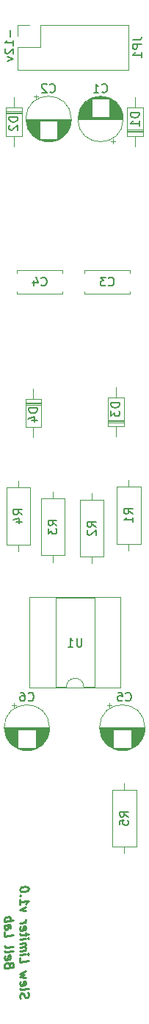
<source format=gbo>
G04 #@! TF.GenerationSoftware,KiCad,Pcbnew,(5.1.10)-1*
G04 #@! TF.CreationDate,2021-10-10T13:11:30-05:00*
G04 #@! TF.ProjectId,Slew Limiter Board,536c6577-204c-4696-9d69-74657220426f,1.0*
G04 #@! TF.SameCoordinates,Original*
G04 #@! TF.FileFunction,Legend,Bot*
G04 #@! TF.FilePolarity,Positive*
%FSLAX46Y46*%
G04 Gerber Fmt 4.6, Leading zero omitted, Abs format (unit mm)*
G04 Created by KiCad (PCBNEW (5.1.10)-1) date 2021-10-10 13:11:30*
%MOMM*%
%LPD*%
G01*
G04 APERTURE LIST*
%ADD10C,0.250000*%
%ADD11C,0.150000*%
%ADD12C,0.120000*%
%ADD13C,2.130000*%
%ADD14R,1.930000X1.830000*%
%ADD15R,1.800000X1.800000*%
%ADD16C,1.800000*%
%ADD17O,2.720000X3.240000*%
%ADD18O,1.600000X1.600000*%
%ADD19C,1.600000*%
%ADD20O,1.700000X1.700000*%
%ADD21R,1.700000X1.700000*%
%ADD22R,1.500000X1.500000*%
%ADD23O,1.500000X1.500000*%
%ADD24R,1.600000X1.600000*%
%ADD25O,2.400000X1.600000*%
%ADD26R,2.400000X1.600000*%
%ADD27C,3.100000*%
G04 APERTURE END LIST*
D10*
X144234238Y-155156919D02*
X144186619Y-155020014D01*
X144186619Y-154781919D01*
X144234238Y-154680729D01*
X144281857Y-154627157D01*
X144377095Y-154567633D01*
X144472333Y-154555729D01*
X144567571Y-154591443D01*
X144615190Y-154633110D01*
X144662809Y-154722395D01*
X144710428Y-154906919D01*
X144758047Y-154996205D01*
X144805666Y-155037872D01*
X144900904Y-155073586D01*
X144996142Y-155061681D01*
X145091380Y-155002157D01*
X145139000Y-154948586D01*
X145186619Y-154847395D01*
X145186619Y-154609300D01*
X145139000Y-154472395D01*
X144186619Y-154020014D02*
X144234238Y-154109300D01*
X144329476Y-154145014D01*
X145186619Y-154037872D01*
X144234238Y-153252157D02*
X144186619Y-153353348D01*
X144186619Y-153543824D01*
X144234238Y-153633110D01*
X144329476Y-153668824D01*
X144710428Y-153621205D01*
X144805666Y-153561681D01*
X144853285Y-153460491D01*
X144853285Y-153270014D01*
X144805666Y-153180729D01*
X144710428Y-153145014D01*
X144615190Y-153156919D01*
X144519952Y-153645014D01*
X144853285Y-152793824D02*
X144186619Y-152686681D01*
X144662809Y-152436681D01*
X144186619Y-152305729D01*
X144853285Y-152031919D01*
X144186619Y-150496205D02*
X144186619Y-150972395D01*
X145186619Y-150847395D01*
X144186619Y-150162872D02*
X144853285Y-150079538D01*
X145186619Y-150037872D02*
X145139000Y-150091443D01*
X145091380Y-150049776D01*
X145139000Y-149996205D01*
X145186619Y-150037872D01*
X145091380Y-150049776D01*
X144186619Y-149686681D02*
X144853285Y-149603348D01*
X144758047Y-149615252D02*
X144805666Y-149561681D01*
X144853285Y-149460491D01*
X144853285Y-149317633D01*
X144805666Y-149228348D01*
X144710428Y-149192633D01*
X144186619Y-149258110D01*
X144710428Y-149192633D02*
X144805666Y-149133110D01*
X144853285Y-149031919D01*
X144853285Y-148889062D01*
X144805666Y-148799776D01*
X144710428Y-148764062D01*
X144186619Y-148829538D01*
X144186619Y-148353348D02*
X144853285Y-148270014D01*
X145186619Y-148228348D02*
X145139000Y-148281919D01*
X145091380Y-148240252D01*
X145139000Y-148186681D01*
X145186619Y-148228348D01*
X145091380Y-148240252D01*
X144853285Y-147936681D02*
X144853285Y-147555729D01*
X145186619Y-147752157D02*
X144329476Y-147859300D01*
X144234238Y-147823586D01*
X144186619Y-147734300D01*
X144186619Y-147639062D01*
X144234238Y-146918824D02*
X144186619Y-147020014D01*
X144186619Y-147210491D01*
X144234238Y-147299776D01*
X144329476Y-147335491D01*
X144710428Y-147287872D01*
X144805666Y-147228348D01*
X144853285Y-147127157D01*
X144853285Y-146936681D01*
X144805666Y-146847395D01*
X144710428Y-146811681D01*
X144615190Y-146823586D01*
X144519952Y-147311681D01*
X144186619Y-146448586D02*
X144853285Y-146365252D01*
X144662809Y-146389062D02*
X144758047Y-146329538D01*
X144805666Y-146275967D01*
X144853285Y-146174776D01*
X144853285Y-146079538D01*
X144853285Y-145079538D02*
X144186619Y-144924776D01*
X144853285Y-144603348D01*
X144186619Y-143781919D02*
X144186619Y-144353348D01*
X144186619Y-144067633D02*
X145186619Y-143942633D01*
X145043761Y-144055729D01*
X144948523Y-144162872D01*
X144900904Y-144264062D01*
X144281857Y-143341443D02*
X144234238Y-143299776D01*
X144186619Y-143353348D01*
X144234238Y-143395014D01*
X144281857Y-143341443D01*
X144186619Y-143353348D01*
X145186619Y-142561681D02*
X145186619Y-142466443D01*
X145139000Y-142377157D01*
X145091380Y-142335491D01*
X144996142Y-142299776D01*
X144805666Y-142275967D01*
X144567571Y-142305729D01*
X144377095Y-142377157D01*
X144281857Y-142436681D01*
X144234238Y-142490252D01*
X144186619Y-142591443D01*
X144186619Y-142686681D01*
X144234238Y-142775967D01*
X144281857Y-142817633D01*
X144377095Y-142853348D01*
X144567571Y-142877157D01*
X144805666Y-142847395D01*
X144996142Y-142775967D01*
X145091380Y-142716443D01*
X145139000Y-142662872D01*
X145186619Y-142561681D01*
X142960428Y-151264062D02*
X142912809Y-151127157D01*
X142865190Y-151085491D01*
X142769952Y-151049776D01*
X142627095Y-151067633D01*
X142531857Y-151127157D01*
X142484238Y-151180729D01*
X142436619Y-151281919D01*
X142436619Y-151662872D01*
X143436619Y-151537872D01*
X143436619Y-151204538D01*
X143389000Y-151115252D01*
X143341380Y-151073586D01*
X143246142Y-151037872D01*
X143150904Y-151049776D01*
X143055666Y-151109300D01*
X143008047Y-151162872D01*
X142960428Y-151264062D01*
X142960428Y-151597395D01*
X142484238Y-150275967D02*
X142436619Y-150377157D01*
X142436619Y-150567633D01*
X142484238Y-150656919D01*
X142579476Y-150692633D01*
X142960428Y-150645014D01*
X143055666Y-150585491D01*
X143103285Y-150484300D01*
X143103285Y-150293824D01*
X143055666Y-150204538D01*
X142960428Y-150168824D01*
X142865190Y-150180729D01*
X142769952Y-150668824D01*
X142436619Y-149662872D02*
X142484238Y-149752157D01*
X142579476Y-149787872D01*
X143436619Y-149680729D01*
X142436619Y-149139062D02*
X142484238Y-149228348D01*
X142579476Y-149264062D01*
X143436619Y-149156919D01*
X142436619Y-147520014D02*
X142436619Y-147996205D01*
X143436619Y-147871205D01*
X142436619Y-146758110D02*
X142960428Y-146692633D01*
X143055666Y-146728348D01*
X143103285Y-146817633D01*
X143103285Y-147008110D01*
X143055666Y-147109300D01*
X142484238Y-146752157D02*
X142436619Y-146853348D01*
X142436619Y-147091443D01*
X142484238Y-147180729D01*
X142579476Y-147216443D01*
X142674714Y-147204538D01*
X142769952Y-147145014D01*
X142817571Y-147043824D01*
X142817571Y-146805729D01*
X142865190Y-146704538D01*
X142436619Y-146281919D02*
X143436619Y-146156919D01*
X143055666Y-146204538D02*
X143103285Y-146103348D01*
X143103285Y-145912872D01*
X143055666Y-145823586D01*
X143008047Y-145781919D01*
X142912809Y-145746205D01*
X142627095Y-145781919D01*
X142531857Y-145841443D01*
X142484238Y-145895014D01*
X142436619Y-145996205D01*
X142436619Y-146186681D01*
X142484238Y-146275967D01*
D11*
X143071428Y-43785714D02*
X143071428Y-44547619D01*
X143452380Y-45547619D02*
X143452380Y-44976190D01*
X143452380Y-45261904D02*
X142452380Y-45261904D01*
X142595238Y-45166666D01*
X142690476Y-45071428D01*
X142738095Y-44976190D01*
X142547619Y-45928571D02*
X142500000Y-45976190D01*
X142452380Y-46071428D01*
X142452380Y-46309523D01*
X142500000Y-46404761D01*
X142547619Y-46452380D01*
X142642857Y-46500000D01*
X142738095Y-46500000D01*
X142880952Y-46452380D01*
X143452380Y-45880952D01*
X143452380Y-46500000D01*
X142785714Y-46833333D02*
X143452380Y-47071428D01*
X142785714Y-47309523D01*
D12*
X152500000Y-105120000D02*
X152500000Y-104350000D01*
X152500000Y-97040000D02*
X152500000Y-97810000D01*
X151130000Y-104350000D02*
X151130000Y-97810000D01*
X153870000Y-104350000D02*
X151130000Y-104350000D01*
X153870000Y-97810000D02*
X153870000Y-104350000D01*
X151130000Y-97810000D02*
X153870000Y-97810000D01*
X156870000Y-71695000D02*
X156870000Y-71380000D01*
X156870000Y-74120000D02*
X156870000Y-73805000D01*
X151630000Y-71695000D02*
X151630000Y-71380000D01*
X151630000Y-74120000D02*
X151630000Y-73805000D01*
X151630000Y-71380000D02*
X156870000Y-71380000D01*
X151630000Y-74120000D02*
X156870000Y-74120000D01*
X149120000Y-71695000D02*
X149120000Y-71380000D01*
X149120000Y-74120000D02*
X149120000Y-73805000D01*
X143880000Y-71695000D02*
X143880000Y-71380000D01*
X143880000Y-74120000D02*
X143880000Y-73805000D01*
X143880000Y-71380000D02*
X149120000Y-71380000D01*
X143880000Y-74120000D02*
X149120000Y-74120000D01*
X156740000Y-43170000D02*
X156740000Y-48370000D01*
X146520000Y-43170000D02*
X156740000Y-43170000D01*
X143920000Y-48370000D02*
X156740000Y-48370000D01*
X146520000Y-43170000D02*
X146520000Y-45770000D01*
X146520000Y-45770000D02*
X143920000Y-45770000D01*
X143920000Y-45770000D02*
X143920000Y-48370000D01*
X145250000Y-43170000D02*
X143920000Y-43170000D01*
X143920000Y-43170000D02*
X143920000Y-44500000D01*
X157620000Y-137690000D02*
X154880000Y-137690000D01*
X154880000Y-137690000D02*
X154880000Y-131150000D01*
X154880000Y-131150000D02*
X157620000Y-131150000D01*
X157620000Y-131150000D02*
X157620000Y-137690000D01*
X156250000Y-138460000D02*
X156250000Y-137690000D01*
X156250000Y-130380000D02*
X156250000Y-131150000D01*
X158120000Y-102850000D02*
X155380000Y-102850000D01*
X155380000Y-102850000D02*
X155380000Y-96310000D01*
X155380000Y-96310000D02*
X158120000Y-96310000D01*
X158120000Y-96310000D02*
X158120000Y-102850000D01*
X156750000Y-103620000D02*
X156750000Y-102850000D01*
X156750000Y-95540000D02*
X156750000Y-96310000D01*
X149370000Y-104190000D02*
X146630000Y-104190000D01*
X146630000Y-104190000D02*
X146630000Y-97650000D01*
X146630000Y-97650000D02*
X149370000Y-97650000D01*
X149370000Y-97650000D02*
X149370000Y-104190000D01*
X148000000Y-104960000D02*
X148000000Y-104190000D01*
X148000000Y-96880000D02*
X148000000Y-97650000D01*
X145370000Y-102940000D02*
X142630000Y-102940000D01*
X142630000Y-102940000D02*
X142630000Y-96400000D01*
X142630000Y-96400000D02*
X145370000Y-96400000D01*
X145370000Y-96400000D02*
X145370000Y-102940000D01*
X144000000Y-103710000D02*
X144000000Y-102940000D01*
X144000000Y-95630000D02*
X144000000Y-96400000D01*
X158420000Y-55494000D02*
X156580000Y-55494000D01*
X158420000Y-55254000D02*
X156580000Y-55254000D01*
X158420000Y-55374000D02*
X156580000Y-55374000D01*
X157500000Y-51490000D02*
X157500000Y-52670000D01*
X157500000Y-57130000D02*
X157500000Y-55950000D01*
X158420000Y-52670000D02*
X158420000Y-55950000D01*
X156580000Y-52670000D02*
X158420000Y-52670000D01*
X156580000Y-55950000D02*
X156580000Y-52670000D01*
X158420000Y-55950000D02*
X156580000Y-55950000D01*
X142580000Y-53126000D02*
X144420000Y-53126000D01*
X142580000Y-53366000D02*
X144420000Y-53366000D01*
X142580000Y-53246000D02*
X144420000Y-53246000D01*
X143500000Y-57130000D02*
X143500000Y-55950000D01*
X143500000Y-51490000D02*
X143500000Y-52670000D01*
X142580000Y-55950000D02*
X142580000Y-52670000D01*
X144420000Y-55950000D02*
X142580000Y-55950000D01*
X144420000Y-52670000D02*
X144420000Y-55950000D01*
X142580000Y-52670000D02*
X144420000Y-52670000D01*
X144830000Y-86170000D02*
X146670000Y-86170000D01*
X146670000Y-86170000D02*
X146670000Y-89450000D01*
X146670000Y-89450000D02*
X144830000Y-89450000D01*
X144830000Y-89450000D02*
X144830000Y-86170000D01*
X145750000Y-84990000D02*
X145750000Y-86170000D01*
X145750000Y-90630000D02*
X145750000Y-89450000D01*
X144830000Y-86746000D02*
X146670000Y-86746000D01*
X144830000Y-86866000D02*
X146670000Y-86866000D01*
X144830000Y-86626000D02*
X146670000Y-86626000D01*
X156170000Y-89330000D02*
X154330000Y-89330000D01*
X154330000Y-89330000D02*
X154330000Y-86050000D01*
X154330000Y-86050000D02*
X156170000Y-86050000D01*
X156170000Y-86050000D02*
X156170000Y-89330000D01*
X155250000Y-90510000D02*
X155250000Y-89330000D01*
X155250000Y-84870000D02*
X155250000Y-86050000D01*
X156170000Y-88754000D02*
X154330000Y-88754000D01*
X156170000Y-88634000D02*
X154330000Y-88634000D01*
X156170000Y-88874000D02*
X154330000Y-88874000D01*
X155225000Y-56554775D02*
X154725000Y-56554775D01*
X154975000Y-56804775D02*
X154975000Y-56304775D01*
X153784000Y-51399000D02*
X153216000Y-51399000D01*
X154018000Y-51439000D02*
X152982000Y-51439000D01*
X154177000Y-51479000D02*
X152823000Y-51479000D01*
X154305000Y-51519000D02*
X152695000Y-51519000D01*
X154415000Y-51559000D02*
X152585000Y-51559000D01*
X154511000Y-51599000D02*
X152489000Y-51599000D01*
X154598000Y-51639000D02*
X152402000Y-51639000D01*
X154678000Y-51679000D02*
X152322000Y-51679000D01*
X152460000Y-51719000D02*
X152249000Y-51719000D01*
X154751000Y-51719000D02*
X154540000Y-51719000D01*
X152460000Y-51759000D02*
X152181000Y-51759000D01*
X154819000Y-51759000D02*
X154540000Y-51759000D01*
X152460000Y-51799000D02*
X152117000Y-51799000D01*
X154883000Y-51799000D02*
X154540000Y-51799000D01*
X152460000Y-51839000D02*
X152057000Y-51839000D01*
X154943000Y-51839000D02*
X154540000Y-51839000D01*
X152460000Y-51879000D02*
X152000000Y-51879000D01*
X155000000Y-51879000D02*
X154540000Y-51879000D01*
X152460000Y-51919000D02*
X151946000Y-51919000D01*
X155054000Y-51919000D02*
X154540000Y-51919000D01*
X152460000Y-51959000D02*
X151895000Y-51959000D01*
X155105000Y-51959000D02*
X154540000Y-51959000D01*
X152460000Y-51999000D02*
X151847000Y-51999000D01*
X155153000Y-51999000D02*
X154540000Y-51999000D01*
X152460000Y-52039000D02*
X151801000Y-52039000D01*
X155199000Y-52039000D02*
X154540000Y-52039000D01*
X152460000Y-52079000D02*
X151757000Y-52079000D01*
X155243000Y-52079000D02*
X154540000Y-52079000D01*
X152460000Y-52119000D02*
X151715000Y-52119000D01*
X155285000Y-52119000D02*
X154540000Y-52119000D01*
X152460000Y-52159000D02*
X151674000Y-52159000D01*
X155326000Y-52159000D02*
X154540000Y-52159000D01*
X152460000Y-52199000D02*
X151636000Y-52199000D01*
X155364000Y-52199000D02*
X154540000Y-52199000D01*
X152460000Y-52239000D02*
X151599000Y-52239000D01*
X155401000Y-52239000D02*
X154540000Y-52239000D01*
X152460000Y-52279000D02*
X151563000Y-52279000D01*
X155437000Y-52279000D02*
X154540000Y-52279000D01*
X152460000Y-52319000D02*
X151529000Y-52319000D01*
X155471000Y-52319000D02*
X154540000Y-52319000D01*
X152460000Y-52359000D02*
X151496000Y-52359000D01*
X155504000Y-52359000D02*
X154540000Y-52359000D01*
X152460000Y-52399000D02*
X151465000Y-52399000D01*
X155535000Y-52399000D02*
X154540000Y-52399000D01*
X152460000Y-52439000D02*
X151435000Y-52439000D01*
X155565000Y-52439000D02*
X154540000Y-52439000D01*
X152460000Y-52479000D02*
X151405000Y-52479000D01*
X155595000Y-52479000D02*
X154540000Y-52479000D01*
X152460000Y-52519000D02*
X151378000Y-52519000D01*
X155622000Y-52519000D02*
X154540000Y-52519000D01*
X152460000Y-52559000D02*
X151351000Y-52559000D01*
X155649000Y-52559000D02*
X154540000Y-52559000D01*
X152460000Y-52599000D02*
X151325000Y-52599000D01*
X155675000Y-52599000D02*
X154540000Y-52599000D01*
X152460000Y-52639000D02*
X151300000Y-52639000D01*
X155700000Y-52639000D02*
X154540000Y-52639000D01*
X152460000Y-52679000D02*
X151276000Y-52679000D01*
X155724000Y-52679000D02*
X154540000Y-52679000D01*
X152460000Y-52719000D02*
X151253000Y-52719000D01*
X155747000Y-52719000D02*
X154540000Y-52719000D01*
X152460000Y-52759000D02*
X151232000Y-52759000D01*
X155768000Y-52759000D02*
X154540000Y-52759000D01*
X152460000Y-52799000D02*
X151210000Y-52799000D01*
X155790000Y-52799000D02*
X154540000Y-52799000D01*
X152460000Y-52839000D02*
X151190000Y-52839000D01*
X155810000Y-52839000D02*
X154540000Y-52839000D01*
X152460000Y-52879000D02*
X151171000Y-52879000D01*
X155829000Y-52879000D02*
X154540000Y-52879000D01*
X152460000Y-52919000D02*
X151152000Y-52919000D01*
X155848000Y-52919000D02*
X154540000Y-52919000D01*
X152460000Y-52959000D02*
X151135000Y-52959000D01*
X155865000Y-52959000D02*
X154540000Y-52959000D01*
X152460000Y-52999000D02*
X151118000Y-52999000D01*
X155882000Y-52999000D02*
X154540000Y-52999000D01*
X152460000Y-53039000D02*
X151102000Y-53039000D01*
X155898000Y-53039000D02*
X154540000Y-53039000D01*
X152460000Y-53079000D02*
X151086000Y-53079000D01*
X155914000Y-53079000D02*
X154540000Y-53079000D01*
X152460000Y-53119000D02*
X151072000Y-53119000D01*
X155928000Y-53119000D02*
X154540000Y-53119000D01*
X152460000Y-53159000D02*
X151058000Y-53159000D01*
X155942000Y-53159000D02*
X154540000Y-53159000D01*
X152460000Y-53199000D02*
X151045000Y-53199000D01*
X155955000Y-53199000D02*
X154540000Y-53199000D01*
X152460000Y-53239000D02*
X151032000Y-53239000D01*
X155968000Y-53239000D02*
X154540000Y-53239000D01*
X152460000Y-53279000D02*
X151020000Y-53279000D01*
X155980000Y-53279000D02*
X154540000Y-53279000D01*
X152460000Y-53320000D02*
X151009000Y-53320000D01*
X155991000Y-53320000D02*
X154540000Y-53320000D01*
X152460000Y-53360000D02*
X150999000Y-53360000D01*
X156001000Y-53360000D02*
X154540000Y-53360000D01*
X152460000Y-53400000D02*
X150989000Y-53400000D01*
X156011000Y-53400000D02*
X154540000Y-53400000D01*
X152460000Y-53440000D02*
X150980000Y-53440000D01*
X156020000Y-53440000D02*
X154540000Y-53440000D01*
X152460000Y-53480000D02*
X150972000Y-53480000D01*
X156028000Y-53480000D02*
X154540000Y-53480000D01*
X152460000Y-53520000D02*
X150964000Y-53520000D01*
X156036000Y-53520000D02*
X154540000Y-53520000D01*
X152460000Y-53560000D02*
X150957000Y-53560000D01*
X156043000Y-53560000D02*
X154540000Y-53560000D01*
X152460000Y-53600000D02*
X150950000Y-53600000D01*
X156050000Y-53600000D02*
X154540000Y-53600000D01*
X152460000Y-53640000D02*
X150944000Y-53640000D01*
X156056000Y-53640000D02*
X154540000Y-53640000D01*
X152460000Y-53680000D02*
X150939000Y-53680000D01*
X156061000Y-53680000D02*
X154540000Y-53680000D01*
X152460000Y-53720000D02*
X150935000Y-53720000D01*
X156065000Y-53720000D02*
X154540000Y-53720000D01*
X152460000Y-53760000D02*
X150931000Y-53760000D01*
X156069000Y-53760000D02*
X154540000Y-53760000D01*
X156073000Y-53800000D02*
X150927000Y-53800000D01*
X156076000Y-53840000D02*
X150924000Y-53840000D01*
X156078000Y-53880000D02*
X150922000Y-53880000D01*
X156079000Y-53920000D02*
X150921000Y-53920000D01*
X156080000Y-53960000D02*
X150920000Y-53960000D01*
X156080000Y-54000000D02*
X150920000Y-54000000D01*
X156120000Y-54000000D02*
G75*
G03*
X156120000Y-54000000I-2620000J0D01*
G01*
X145775000Y-51445225D02*
X146275000Y-51445225D01*
X146025000Y-51195225D02*
X146025000Y-51695225D01*
X147216000Y-56601000D02*
X147784000Y-56601000D01*
X146982000Y-56561000D02*
X148018000Y-56561000D01*
X146823000Y-56521000D02*
X148177000Y-56521000D01*
X146695000Y-56481000D02*
X148305000Y-56481000D01*
X146585000Y-56441000D02*
X148415000Y-56441000D01*
X146489000Y-56401000D02*
X148511000Y-56401000D01*
X146402000Y-56361000D02*
X148598000Y-56361000D01*
X146322000Y-56321000D02*
X148678000Y-56321000D01*
X148540000Y-56281000D02*
X148751000Y-56281000D01*
X146249000Y-56281000D02*
X146460000Y-56281000D01*
X148540000Y-56241000D02*
X148819000Y-56241000D01*
X146181000Y-56241000D02*
X146460000Y-56241000D01*
X148540000Y-56201000D02*
X148883000Y-56201000D01*
X146117000Y-56201000D02*
X146460000Y-56201000D01*
X148540000Y-56161000D02*
X148943000Y-56161000D01*
X146057000Y-56161000D02*
X146460000Y-56161000D01*
X148540000Y-56121000D02*
X149000000Y-56121000D01*
X146000000Y-56121000D02*
X146460000Y-56121000D01*
X148540000Y-56081000D02*
X149054000Y-56081000D01*
X145946000Y-56081000D02*
X146460000Y-56081000D01*
X148540000Y-56041000D02*
X149105000Y-56041000D01*
X145895000Y-56041000D02*
X146460000Y-56041000D01*
X148540000Y-56001000D02*
X149153000Y-56001000D01*
X145847000Y-56001000D02*
X146460000Y-56001000D01*
X148540000Y-55961000D02*
X149199000Y-55961000D01*
X145801000Y-55961000D02*
X146460000Y-55961000D01*
X148540000Y-55921000D02*
X149243000Y-55921000D01*
X145757000Y-55921000D02*
X146460000Y-55921000D01*
X148540000Y-55881000D02*
X149285000Y-55881000D01*
X145715000Y-55881000D02*
X146460000Y-55881000D01*
X148540000Y-55841000D02*
X149326000Y-55841000D01*
X145674000Y-55841000D02*
X146460000Y-55841000D01*
X148540000Y-55801000D02*
X149364000Y-55801000D01*
X145636000Y-55801000D02*
X146460000Y-55801000D01*
X148540000Y-55761000D02*
X149401000Y-55761000D01*
X145599000Y-55761000D02*
X146460000Y-55761000D01*
X148540000Y-55721000D02*
X149437000Y-55721000D01*
X145563000Y-55721000D02*
X146460000Y-55721000D01*
X148540000Y-55681000D02*
X149471000Y-55681000D01*
X145529000Y-55681000D02*
X146460000Y-55681000D01*
X148540000Y-55641000D02*
X149504000Y-55641000D01*
X145496000Y-55641000D02*
X146460000Y-55641000D01*
X148540000Y-55601000D02*
X149535000Y-55601000D01*
X145465000Y-55601000D02*
X146460000Y-55601000D01*
X148540000Y-55561000D02*
X149565000Y-55561000D01*
X145435000Y-55561000D02*
X146460000Y-55561000D01*
X148540000Y-55521000D02*
X149595000Y-55521000D01*
X145405000Y-55521000D02*
X146460000Y-55521000D01*
X148540000Y-55481000D02*
X149622000Y-55481000D01*
X145378000Y-55481000D02*
X146460000Y-55481000D01*
X148540000Y-55441000D02*
X149649000Y-55441000D01*
X145351000Y-55441000D02*
X146460000Y-55441000D01*
X148540000Y-55401000D02*
X149675000Y-55401000D01*
X145325000Y-55401000D02*
X146460000Y-55401000D01*
X148540000Y-55361000D02*
X149700000Y-55361000D01*
X145300000Y-55361000D02*
X146460000Y-55361000D01*
X148540000Y-55321000D02*
X149724000Y-55321000D01*
X145276000Y-55321000D02*
X146460000Y-55321000D01*
X148540000Y-55281000D02*
X149747000Y-55281000D01*
X145253000Y-55281000D02*
X146460000Y-55281000D01*
X148540000Y-55241000D02*
X149768000Y-55241000D01*
X145232000Y-55241000D02*
X146460000Y-55241000D01*
X148540000Y-55201000D02*
X149790000Y-55201000D01*
X145210000Y-55201000D02*
X146460000Y-55201000D01*
X148540000Y-55161000D02*
X149810000Y-55161000D01*
X145190000Y-55161000D02*
X146460000Y-55161000D01*
X148540000Y-55121000D02*
X149829000Y-55121000D01*
X145171000Y-55121000D02*
X146460000Y-55121000D01*
X148540000Y-55081000D02*
X149848000Y-55081000D01*
X145152000Y-55081000D02*
X146460000Y-55081000D01*
X148540000Y-55041000D02*
X149865000Y-55041000D01*
X145135000Y-55041000D02*
X146460000Y-55041000D01*
X148540000Y-55001000D02*
X149882000Y-55001000D01*
X145118000Y-55001000D02*
X146460000Y-55001000D01*
X148540000Y-54961000D02*
X149898000Y-54961000D01*
X145102000Y-54961000D02*
X146460000Y-54961000D01*
X148540000Y-54921000D02*
X149914000Y-54921000D01*
X145086000Y-54921000D02*
X146460000Y-54921000D01*
X148540000Y-54881000D02*
X149928000Y-54881000D01*
X145072000Y-54881000D02*
X146460000Y-54881000D01*
X148540000Y-54841000D02*
X149942000Y-54841000D01*
X145058000Y-54841000D02*
X146460000Y-54841000D01*
X148540000Y-54801000D02*
X149955000Y-54801000D01*
X145045000Y-54801000D02*
X146460000Y-54801000D01*
X148540000Y-54761000D02*
X149968000Y-54761000D01*
X145032000Y-54761000D02*
X146460000Y-54761000D01*
X148540000Y-54721000D02*
X149980000Y-54721000D01*
X145020000Y-54721000D02*
X146460000Y-54721000D01*
X148540000Y-54680000D02*
X149991000Y-54680000D01*
X145009000Y-54680000D02*
X146460000Y-54680000D01*
X148540000Y-54640000D02*
X150001000Y-54640000D01*
X144999000Y-54640000D02*
X146460000Y-54640000D01*
X148540000Y-54600000D02*
X150011000Y-54600000D01*
X144989000Y-54600000D02*
X146460000Y-54600000D01*
X148540000Y-54560000D02*
X150020000Y-54560000D01*
X144980000Y-54560000D02*
X146460000Y-54560000D01*
X148540000Y-54520000D02*
X150028000Y-54520000D01*
X144972000Y-54520000D02*
X146460000Y-54520000D01*
X148540000Y-54480000D02*
X150036000Y-54480000D01*
X144964000Y-54480000D02*
X146460000Y-54480000D01*
X148540000Y-54440000D02*
X150043000Y-54440000D01*
X144957000Y-54440000D02*
X146460000Y-54440000D01*
X148540000Y-54400000D02*
X150050000Y-54400000D01*
X144950000Y-54400000D02*
X146460000Y-54400000D01*
X148540000Y-54360000D02*
X150056000Y-54360000D01*
X144944000Y-54360000D02*
X146460000Y-54360000D01*
X148540000Y-54320000D02*
X150061000Y-54320000D01*
X144939000Y-54320000D02*
X146460000Y-54320000D01*
X148540000Y-54280000D02*
X150065000Y-54280000D01*
X144935000Y-54280000D02*
X146460000Y-54280000D01*
X148540000Y-54240000D02*
X150069000Y-54240000D01*
X144931000Y-54240000D02*
X146460000Y-54240000D01*
X144927000Y-54200000D02*
X150073000Y-54200000D01*
X144924000Y-54160000D02*
X150076000Y-54160000D01*
X144922000Y-54120000D02*
X150078000Y-54120000D01*
X144921000Y-54080000D02*
X150079000Y-54080000D01*
X144920000Y-54040000D02*
X150080000Y-54040000D01*
X144920000Y-54000000D02*
X150080000Y-54000000D01*
X150120000Y-54000000D02*
G75*
G03*
X150120000Y-54000000I-2620000J0D01*
G01*
X147620000Y-124000000D02*
G75*
G03*
X147620000Y-124000000I-2620000J0D01*
G01*
X142420000Y-124000000D02*
X147580000Y-124000000D01*
X142420000Y-124040000D02*
X147580000Y-124040000D01*
X142421000Y-124080000D02*
X147579000Y-124080000D01*
X142422000Y-124120000D02*
X147578000Y-124120000D01*
X142424000Y-124160000D02*
X147576000Y-124160000D01*
X142427000Y-124200000D02*
X147573000Y-124200000D01*
X142431000Y-124240000D02*
X143960000Y-124240000D01*
X146040000Y-124240000D02*
X147569000Y-124240000D01*
X142435000Y-124280000D02*
X143960000Y-124280000D01*
X146040000Y-124280000D02*
X147565000Y-124280000D01*
X142439000Y-124320000D02*
X143960000Y-124320000D01*
X146040000Y-124320000D02*
X147561000Y-124320000D01*
X142444000Y-124360000D02*
X143960000Y-124360000D01*
X146040000Y-124360000D02*
X147556000Y-124360000D01*
X142450000Y-124400000D02*
X143960000Y-124400000D01*
X146040000Y-124400000D02*
X147550000Y-124400000D01*
X142457000Y-124440000D02*
X143960000Y-124440000D01*
X146040000Y-124440000D02*
X147543000Y-124440000D01*
X142464000Y-124480000D02*
X143960000Y-124480000D01*
X146040000Y-124480000D02*
X147536000Y-124480000D01*
X142472000Y-124520000D02*
X143960000Y-124520000D01*
X146040000Y-124520000D02*
X147528000Y-124520000D01*
X142480000Y-124560000D02*
X143960000Y-124560000D01*
X146040000Y-124560000D02*
X147520000Y-124560000D01*
X142489000Y-124600000D02*
X143960000Y-124600000D01*
X146040000Y-124600000D02*
X147511000Y-124600000D01*
X142499000Y-124640000D02*
X143960000Y-124640000D01*
X146040000Y-124640000D02*
X147501000Y-124640000D01*
X142509000Y-124680000D02*
X143960000Y-124680000D01*
X146040000Y-124680000D02*
X147491000Y-124680000D01*
X142520000Y-124721000D02*
X143960000Y-124721000D01*
X146040000Y-124721000D02*
X147480000Y-124721000D01*
X142532000Y-124761000D02*
X143960000Y-124761000D01*
X146040000Y-124761000D02*
X147468000Y-124761000D01*
X142545000Y-124801000D02*
X143960000Y-124801000D01*
X146040000Y-124801000D02*
X147455000Y-124801000D01*
X142558000Y-124841000D02*
X143960000Y-124841000D01*
X146040000Y-124841000D02*
X147442000Y-124841000D01*
X142572000Y-124881000D02*
X143960000Y-124881000D01*
X146040000Y-124881000D02*
X147428000Y-124881000D01*
X142586000Y-124921000D02*
X143960000Y-124921000D01*
X146040000Y-124921000D02*
X147414000Y-124921000D01*
X142602000Y-124961000D02*
X143960000Y-124961000D01*
X146040000Y-124961000D02*
X147398000Y-124961000D01*
X142618000Y-125001000D02*
X143960000Y-125001000D01*
X146040000Y-125001000D02*
X147382000Y-125001000D01*
X142635000Y-125041000D02*
X143960000Y-125041000D01*
X146040000Y-125041000D02*
X147365000Y-125041000D01*
X142652000Y-125081000D02*
X143960000Y-125081000D01*
X146040000Y-125081000D02*
X147348000Y-125081000D01*
X142671000Y-125121000D02*
X143960000Y-125121000D01*
X146040000Y-125121000D02*
X147329000Y-125121000D01*
X142690000Y-125161000D02*
X143960000Y-125161000D01*
X146040000Y-125161000D02*
X147310000Y-125161000D01*
X142710000Y-125201000D02*
X143960000Y-125201000D01*
X146040000Y-125201000D02*
X147290000Y-125201000D01*
X142732000Y-125241000D02*
X143960000Y-125241000D01*
X146040000Y-125241000D02*
X147268000Y-125241000D01*
X142753000Y-125281000D02*
X143960000Y-125281000D01*
X146040000Y-125281000D02*
X147247000Y-125281000D01*
X142776000Y-125321000D02*
X143960000Y-125321000D01*
X146040000Y-125321000D02*
X147224000Y-125321000D01*
X142800000Y-125361000D02*
X143960000Y-125361000D01*
X146040000Y-125361000D02*
X147200000Y-125361000D01*
X142825000Y-125401000D02*
X143960000Y-125401000D01*
X146040000Y-125401000D02*
X147175000Y-125401000D01*
X142851000Y-125441000D02*
X143960000Y-125441000D01*
X146040000Y-125441000D02*
X147149000Y-125441000D01*
X142878000Y-125481000D02*
X143960000Y-125481000D01*
X146040000Y-125481000D02*
X147122000Y-125481000D01*
X142905000Y-125521000D02*
X143960000Y-125521000D01*
X146040000Y-125521000D02*
X147095000Y-125521000D01*
X142935000Y-125561000D02*
X143960000Y-125561000D01*
X146040000Y-125561000D02*
X147065000Y-125561000D01*
X142965000Y-125601000D02*
X143960000Y-125601000D01*
X146040000Y-125601000D02*
X147035000Y-125601000D01*
X142996000Y-125641000D02*
X143960000Y-125641000D01*
X146040000Y-125641000D02*
X147004000Y-125641000D01*
X143029000Y-125681000D02*
X143960000Y-125681000D01*
X146040000Y-125681000D02*
X146971000Y-125681000D01*
X143063000Y-125721000D02*
X143960000Y-125721000D01*
X146040000Y-125721000D02*
X146937000Y-125721000D01*
X143099000Y-125761000D02*
X143960000Y-125761000D01*
X146040000Y-125761000D02*
X146901000Y-125761000D01*
X143136000Y-125801000D02*
X143960000Y-125801000D01*
X146040000Y-125801000D02*
X146864000Y-125801000D01*
X143174000Y-125841000D02*
X143960000Y-125841000D01*
X146040000Y-125841000D02*
X146826000Y-125841000D01*
X143215000Y-125881000D02*
X143960000Y-125881000D01*
X146040000Y-125881000D02*
X146785000Y-125881000D01*
X143257000Y-125921000D02*
X143960000Y-125921000D01*
X146040000Y-125921000D02*
X146743000Y-125921000D01*
X143301000Y-125961000D02*
X143960000Y-125961000D01*
X146040000Y-125961000D02*
X146699000Y-125961000D01*
X143347000Y-126001000D02*
X143960000Y-126001000D01*
X146040000Y-126001000D02*
X146653000Y-126001000D01*
X143395000Y-126041000D02*
X143960000Y-126041000D01*
X146040000Y-126041000D02*
X146605000Y-126041000D01*
X143446000Y-126081000D02*
X143960000Y-126081000D01*
X146040000Y-126081000D02*
X146554000Y-126081000D01*
X143500000Y-126121000D02*
X143960000Y-126121000D01*
X146040000Y-126121000D02*
X146500000Y-126121000D01*
X143557000Y-126161000D02*
X143960000Y-126161000D01*
X146040000Y-126161000D02*
X146443000Y-126161000D01*
X143617000Y-126201000D02*
X143960000Y-126201000D01*
X146040000Y-126201000D02*
X146383000Y-126201000D01*
X143681000Y-126241000D02*
X143960000Y-126241000D01*
X146040000Y-126241000D02*
X146319000Y-126241000D01*
X143749000Y-126281000D02*
X143960000Y-126281000D01*
X146040000Y-126281000D02*
X146251000Y-126281000D01*
X143822000Y-126321000D02*
X146178000Y-126321000D01*
X143902000Y-126361000D02*
X146098000Y-126361000D01*
X143989000Y-126401000D02*
X146011000Y-126401000D01*
X144085000Y-126441000D02*
X145915000Y-126441000D01*
X144195000Y-126481000D02*
X145805000Y-126481000D01*
X144323000Y-126521000D02*
X145677000Y-126521000D01*
X144482000Y-126561000D02*
X145518000Y-126561000D01*
X144716000Y-126601000D02*
X145284000Y-126601000D01*
X143525000Y-121195225D02*
X143525000Y-121695225D01*
X143275000Y-121445225D02*
X143775000Y-121445225D01*
X158620000Y-124000000D02*
G75*
G03*
X158620000Y-124000000I-2620000J0D01*
G01*
X153420000Y-124000000D02*
X158580000Y-124000000D01*
X153420000Y-124040000D02*
X158580000Y-124040000D01*
X153421000Y-124080000D02*
X158579000Y-124080000D01*
X153422000Y-124120000D02*
X158578000Y-124120000D01*
X153424000Y-124160000D02*
X158576000Y-124160000D01*
X153427000Y-124200000D02*
X158573000Y-124200000D01*
X153431000Y-124240000D02*
X154960000Y-124240000D01*
X157040000Y-124240000D02*
X158569000Y-124240000D01*
X153435000Y-124280000D02*
X154960000Y-124280000D01*
X157040000Y-124280000D02*
X158565000Y-124280000D01*
X153439000Y-124320000D02*
X154960000Y-124320000D01*
X157040000Y-124320000D02*
X158561000Y-124320000D01*
X153444000Y-124360000D02*
X154960000Y-124360000D01*
X157040000Y-124360000D02*
X158556000Y-124360000D01*
X153450000Y-124400000D02*
X154960000Y-124400000D01*
X157040000Y-124400000D02*
X158550000Y-124400000D01*
X153457000Y-124440000D02*
X154960000Y-124440000D01*
X157040000Y-124440000D02*
X158543000Y-124440000D01*
X153464000Y-124480000D02*
X154960000Y-124480000D01*
X157040000Y-124480000D02*
X158536000Y-124480000D01*
X153472000Y-124520000D02*
X154960000Y-124520000D01*
X157040000Y-124520000D02*
X158528000Y-124520000D01*
X153480000Y-124560000D02*
X154960000Y-124560000D01*
X157040000Y-124560000D02*
X158520000Y-124560000D01*
X153489000Y-124600000D02*
X154960000Y-124600000D01*
X157040000Y-124600000D02*
X158511000Y-124600000D01*
X153499000Y-124640000D02*
X154960000Y-124640000D01*
X157040000Y-124640000D02*
X158501000Y-124640000D01*
X153509000Y-124680000D02*
X154960000Y-124680000D01*
X157040000Y-124680000D02*
X158491000Y-124680000D01*
X153520000Y-124721000D02*
X154960000Y-124721000D01*
X157040000Y-124721000D02*
X158480000Y-124721000D01*
X153532000Y-124761000D02*
X154960000Y-124761000D01*
X157040000Y-124761000D02*
X158468000Y-124761000D01*
X153545000Y-124801000D02*
X154960000Y-124801000D01*
X157040000Y-124801000D02*
X158455000Y-124801000D01*
X153558000Y-124841000D02*
X154960000Y-124841000D01*
X157040000Y-124841000D02*
X158442000Y-124841000D01*
X153572000Y-124881000D02*
X154960000Y-124881000D01*
X157040000Y-124881000D02*
X158428000Y-124881000D01*
X153586000Y-124921000D02*
X154960000Y-124921000D01*
X157040000Y-124921000D02*
X158414000Y-124921000D01*
X153602000Y-124961000D02*
X154960000Y-124961000D01*
X157040000Y-124961000D02*
X158398000Y-124961000D01*
X153618000Y-125001000D02*
X154960000Y-125001000D01*
X157040000Y-125001000D02*
X158382000Y-125001000D01*
X153635000Y-125041000D02*
X154960000Y-125041000D01*
X157040000Y-125041000D02*
X158365000Y-125041000D01*
X153652000Y-125081000D02*
X154960000Y-125081000D01*
X157040000Y-125081000D02*
X158348000Y-125081000D01*
X153671000Y-125121000D02*
X154960000Y-125121000D01*
X157040000Y-125121000D02*
X158329000Y-125121000D01*
X153690000Y-125161000D02*
X154960000Y-125161000D01*
X157040000Y-125161000D02*
X158310000Y-125161000D01*
X153710000Y-125201000D02*
X154960000Y-125201000D01*
X157040000Y-125201000D02*
X158290000Y-125201000D01*
X153732000Y-125241000D02*
X154960000Y-125241000D01*
X157040000Y-125241000D02*
X158268000Y-125241000D01*
X153753000Y-125281000D02*
X154960000Y-125281000D01*
X157040000Y-125281000D02*
X158247000Y-125281000D01*
X153776000Y-125321000D02*
X154960000Y-125321000D01*
X157040000Y-125321000D02*
X158224000Y-125321000D01*
X153800000Y-125361000D02*
X154960000Y-125361000D01*
X157040000Y-125361000D02*
X158200000Y-125361000D01*
X153825000Y-125401000D02*
X154960000Y-125401000D01*
X157040000Y-125401000D02*
X158175000Y-125401000D01*
X153851000Y-125441000D02*
X154960000Y-125441000D01*
X157040000Y-125441000D02*
X158149000Y-125441000D01*
X153878000Y-125481000D02*
X154960000Y-125481000D01*
X157040000Y-125481000D02*
X158122000Y-125481000D01*
X153905000Y-125521000D02*
X154960000Y-125521000D01*
X157040000Y-125521000D02*
X158095000Y-125521000D01*
X153935000Y-125561000D02*
X154960000Y-125561000D01*
X157040000Y-125561000D02*
X158065000Y-125561000D01*
X153965000Y-125601000D02*
X154960000Y-125601000D01*
X157040000Y-125601000D02*
X158035000Y-125601000D01*
X153996000Y-125641000D02*
X154960000Y-125641000D01*
X157040000Y-125641000D02*
X158004000Y-125641000D01*
X154029000Y-125681000D02*
X154960000Y-125681000D01*
X157040000Y-125681000D02*
X157971000Y-125681000D01*
X154063000Y-125721000D02*
X154960000Y-125721000D01*
X157040000Y-125721000D02*
X157937000Y-125721000D01*
X154099000Y-125761000D02*
X154960000Y-125761000D01*
X157040000Y-125761000D02*
X157901000Y-125761000D01*
X154136000Y-125801000D02*
X154960000Y-125801000D01*
X157040000Y-125801000D02*
X157864000Y-125801000D01*
X154174000Y-125841000D02*
X154960000Y-125841000D01*
X157040000Y-125841000D02*
X157826000Y-125841000D01*
X154215000Y-125881000D02*
X154960000Y-125881000D01*
X157040000Y-125881000D02*
X157785000Y-125881000D01*
X154257000Y-125921000D02*
X154960000Y-125921000D01*
X157040000Y-125921000D02*
X157743000Y-125921000D01*
X154301000Y-125961000D02*
X154960000Y-125961000D01*
X157040000Y-125961000D02*
X157699000Y-125961000D01*
X154347000Y-126001000D02*
X154960000Y-126001000D01*
X157040000Y-126001000D02*
X157653000Y-126001000D01*
X154395000Y-126041000D02*
X154960000Y-126041000D01*
X157040000Y-126041000D02*
X157605000Y-126041000D01*
X154446000Y-126081000D02*
X154960000Y-126081000D01*
X157040000Y-126081000D02*
X157554000Y-126081000D01*
X154500000Y-126121000D02*
X154960000Y-126121000D01*
X157040000Y-126121000D02*
X157500000Y-126121000D01*
X154557000Y-126161000D02*
X154960000Y-126161000D01*
X157040000Y-126161000D02*
X157443000Y-126161000D01*
X154617000Y-126201000D02*
X154960000Y-126201000D01*
X157040000Y-126201000D02*
X157383000Y-126201000D01*
X154681000Y-126241000D02*
X154960000Y-126241000D01*
X157040000Y-126241000D02*
X157319000Y-126241000D01*
X154749000Y-126281000D02*
X154960000Y-126281000D01*
X157040000Y-126281000D02*
X157251000Y-126281000D01*
X154822000Y-126321000D02*
X157178000Y-126321000D01*
X154902000Y-126361000D02*
X157098000Y-126361000D01*
X154989000Y-126401000D02*
X157011000Y-126401000D01*
X155085000Y-126441000D02*
X156915000Y-126441000D01*
X155195000Y-126481000D02*
X156805000Y-126481000D01*
X155323000Y-126521000D02*
X156677000Y-126521000D01*
X155482000Y-126561000D02*
X156518000Y-126561000D01*
X155716000Y-126601000D02*
X156284000Y-126601000D01*
X154525000Y-121195225D02*
X154525000Y-121695225D01*
X154275000Y-121445225D02*
X154775000Y-121445225D01*
X155810000Y-119390000D02*
X145310000Y-119390000D01*
X155810000Y-108990000D02*
X155810000Y-119390000D01*
X145310000Y-108990000D02*
X155810000Y-108990000D01*
X145310000Y-119390000D02*
X145310000Y-108990000D01*
X152810000Y-119330000D02*
X151560000Y-119330000D01*
X152810000Y-109050000D02*
X152810000Y-119330000D01*
X148310000Y-109050000D02*
X152810000Y-109050000D01*
X148310000Y-119330000D02*
X148310000Y-109050000D01*
X149560000Y-119330000D02*
X148310000Y-119330000D01*
X151560000Y-119330000D02*
G75*
G03*
X149560000Y-119330000I-1000000J0D01*
G01*
D11*
X152952380Y-100913333D02*
X152476190Y-100580000D01*
X152952380Y-100341904D02*
X151952380Y-100341904D01*
X151952380Y-100722857D01*
X152000000Y-100818095D01*
X152047619Y-100865714D01*
X152142857Y-100913333D01*
X152285714Y-100913333D01*
X152380952Y-100865714D01*
X152428571Y-100818095D01*
X152476190Y-100722857D01*
X152476190Y-100341904D01*
X152047619Y-101294285D02*
X152000000Y-101341904D01*
X151952380Y-101437142D01*
X151952380Y-101675238D01*
X152000000Y-101770476D01*
X152047619Y-101818095D01*
X152142857Y-101865714D01*
X152238095Y-101865714D01*
X152380952Y-101818095D01*
X152952380Y-101246666D01*
X152952380Y-101865714D01*
X154416666Y-73107142D02*
X154464285Y-73154761D01*
X154607142Y-73202380D01*
X154702380Y-73202380D01*
X154845238Y-73154761D01*
X154940476Y-73059523D01*
X154988095Y-72964285D01*
X155035714Y-72773809D01*
X155035714Y-72630952D01*
X154988095Y-72440476D01*
X154940476Y-72345238D01*
X154845238Y-72250000D01*
X154702380Y-72202380D01*
X154607142Y-72202380D01*
X154464285Y-72250000D01*
X154416666Y-72297619D01*
X154083333Y-72202380D02*
X153464285Y-72202380D01*
X153797619Y-72583333D01*
X153654761Y-72583333D01*
X153559523Y-72630952D01*
X153511904Y-72678571D01*
X153464285Y-72773809D01*
X153464285Y-73011904D01*
X153511904Y-73107142D01*
X153559523Y-73154761D01*
X153654761Y-73202380D01*
X153940476Y-73202380D01*
X154035714Y-73154761D01*
X154083333Y-73107142D01*
X146666666Y-73107142D02*
X146714285Y-73154761D01*
X146857142Y-73202380D01*
X146952380Y-73202380D01*
X147095238Y-73154761D01*
X147190476Y-73059523D01*
X147238095Y-72964285D01*
X147285714Y-72773809D01*
X147285714Y-72630952D01*
X147238095Y-72440476D01*
X147190476Y-72345238D01*
X147095238Y-72250000D01*
X146952380Y-72202380D01*
X146857142Y-72202380D01*
X146714285Y-72250000D01*
X146666666Y-72297619D01*
X145809523Y-72535714D02*
X145809523Y-73202380D01*
X146047619Y-72154761D02*
X146285714Y-72869047D01*
X145666666Y-72869047D01*
X157202380Y-44916666D02*
X157916666Y-44916666D01*
X158059523Y-44869047D01*
X158154761Y-44773809D01*
X158202380Y-44630952D01*
X158202380Y-44535714D01*
X158202380Y-45392857D02*
X157202380Y-45392857D01*
X157202380Y-45773809D01*
X157250000Y-45869047D01*
X157297619Y-45916666D01*
X157392857Y-45964285D01*
X157535714Y-45964285D01*
X157630952Y-45916666D01*
X157678571Y-45869047D01*
X157726190Y-45773809D01*
X157726190Y-45392857D01*
X158202380Y-46916666D02*
X158202380Y-46345238D01*
X158202380Y-46630952D02*
X157202380Y-46630952D01*
X157345238Y-46535714D01*
X157440476Y-46440476D01*
X157488095Y-46345238D01*
X156702380Y-134253333D02*
X156226190Y-133920000D01*
X156702380Y-133681904D02*
X155702380Y-133681904D01*
X155702380Y-134062857D01*
X155750000Y-134158095D01*
X155797619Y-134205714D01*
X155892857Y-134253333D01*
X156035714Y-134253333D01*
X156130952Y-134205714D01*
X156178571Y-134158095D01*
X156226190Y-134062857D01*
X156226190Y-133681904D01*
X155702380Y-135158095D02*
X155702380Y-134681904D01*
X156178571Y-134634285D01*
X156130952Y-134681904D01*
X156083333Y-134777142D01*
X156083333Y-135015238D01*
X156130952Y-135110476D01*
X156178571Y-135158095D01*
X156273809Y-135205714D01*
X156511904Y-135205714D01*
X156607142Y-135158095D01*
X156654761Y-135110476D01*
X156702380Y-135015238D01*
X156702380Y-134777142D01*
X156654761Y-134681904D01*
X156607142Y-134634285D01*
X157202380Y-99413333D02*
X156726190Y-99080000D01*
X157202380Y-98841904D02*
X156202380Y-98841904D01*
X156202380Y-99222857D01*
X156250000Y-99318095D01*
X156297619Y-99365714D01*
X156392857Y-99413333D01*
X156535714Y-99413333D01*
X156630952Y-99365714D01*
X156678571Y-99318095D01*
X156726190Y-99222857D01*
X156726190Y-98841904D01*
X157202380Y-100365714D02*
X157202380Y-99794285D01*
X157202380Y-100080000D02*
X156202380Y-100080000D01*
X156345238Y-99984761D01*
X156440476Y-99889523D01*
X156488095Y-99794285D01*
X148452380Y-100753333D02*
X147976190Y-100420000D01*
X148452380Y-100181904D02*
X147452380Y-100181904D01*
X147452380Y-100562857D01*
X147500000Y-100658095D01*
X147547619Y-100705714D01*
X147642857Y-100753333D01*
X147785714Y-100753333D01*
X147880952Y-100705714D01*
X147928571Y-100658095D01*
X147976190Y-100562857D01*
X147976190Y-100181904D01*
X147452380Y-101086666D02*
X147452380Y-101705714D01*
X147833333Y-101372380D01*
X147833333Y-101515238D01*
X147880952Y-101610476D01*
X147928571Y-101658095D01*
X148023809Y-101705714D01*
X148261904Y-101705714D01*
X148357142Y-101658095D01*
X148404761Y-101610476D01*
X148452380Y-101515238D01*
X148452380Y-101229523D01*
X148404761Y-101134285D01*
X148357142Y-101086666D01*
X144452380Y-99503333D02*
X143976190Y-99170000D01*
X144452380Y-98931904D02*
X143452380Y-98931904D01*
X143452380Y-99312857D01*
X143500000Y-99408095D01*
X143547619Y-99455714D01*
X143642857Y-99503333D01*
X143785714Y-99503333D01*
X143880952Y-99455714D01*
X143928571Y-99408095D01*
X143976190Y-99312857D01*
X143976190Y-98931904D01*
X143785714Y-100360476D02*
X144452380Y-100360476D01*
X143404761Y-100122380D02*
X144119047Y-99884285D01*
X144119047Y-100503333D01*
X157952380Y-53261904D02*
X156952380Y-53261904D01*
X156952380Y-53500000D01*
X157000000Y-53642857D01*
X157095238Y-53738095D01*
X157190476Y-53785714D01*
X157380952Y-53833333D01*
X157523809Y-53833333D01*
X157714285Y-53785714D01*
X157809523Y-53738095D01*
X157904761Y-53642857D01*
X157952380Y-53500000D01*
X157952380Y-53261904D01*
X157952380Y-54785714D02*
X157952380Y-54214285D01*
X157952380Y-54500000D02*
X156952380Y-54500000D01*
X157095238Y-54404761D01*
X157190476Y-54309523D01*
X157238095Y-54214285D01*
X143952380Y-53761904D02*
X142952380Y-53761904D01*
X142952380Y-54000000D01*
X143000000Y-54142857D01*
X143095238Y-54238095D01*
X143190476Y-54285714D01*
X143380952Y-54333333D01*
X143523809Y-54333333D01*
X143714285Y-54285714D01*
X143809523Y-54238095D01*
X143904761Y-54142857D01*
X143952380Y-54000000D01*
X143952380Y-53761904D01*
X143047619Y-54714285D02*
X143000000Y-54761904D01*
X142952380Y-54857142D01*
X142952380Y-55095238D01*
X143000000Y-55190476D01*
X143047619Y-55238095D01*
X143142857Y-55285714D01*
X143238095Y-55285714D01*
X143380952Y-55238095D01*
X143952380Y-54666666D01*
X143952380Y-55285714D01*
X146202380Y-87261904D02*
X145202380Y-87261904D01*
X145202380Y-87500000D01*
X145250000Y-87642857D01*
X145345238Y-87738095D01*
X145440476Y-87785714D01*
X145630952Y-87833333D01*
X145773809Y-87833333D01*
X145964285Y-87785714D01*
X146059523Y-87738095D01*
X146154761Y-87642857D01*
X146202380Y-87500000D01*
X146202380Y-87261904D01*
X145535714Y-88690476D02*
X146202380Y-88690476D01*
X145154761Y-88452380D02*
X145869047Y-88214285D01*
X145869047Y-88833333D01*
X155702380Y-86641904D02*
X154702380Y-86641904D01*
X154702380Y-86880000D01*
X154750000Y-87022857D01*
X154845238Y-87118095D01*
X154940476Y-87165714D01*
X155130952Y-87213333D01*
X155273809Y-87213333D01*
X155464285Y-87165714D01*
X155559523Y-87118095D01*
X155654761Y-87022857D01*
X155702380Y-86880000D01*
X155702380Y-86641904D01*
X154702380Y-87546666D02*
X154702380Y-88165714D01*
X155083333Y-87832380D01*
X155083333Y-87975238D01*
X155130952Y-88070476D01*
X155178571Y-88118095D01*
X155273809Y-88165714D01*
X155511904Y-88165714D01*
X155607142Y-88118095D01*
X155654761Y-88070476D01*
X155702380Y-87975238D01*
X155702380Y-87689523D01*
X155654761Y-87594285D01*
X155607142Y-87546666D01*
X153666666Y-50857142D02*
X153714285Y-50904761D01*
X153857142Y-50952380D01*
X153952380Y-50952380D01*
X154095238Y-50904761D01*
X154190476Y-50809523D01*
X154238095Y-50714285D01*
X154285714Y-50523809D01*
X154285714Y-50380952D01*
X154238095Y-50190476D01*
X154190476Y-50095238D01*
X154095238Y-50000000D01*
X153952380Y-49952380D01*
X153857142Y-49952380D01*
X153714285Y-50000000D01*
X153666666Y-50047619D01*
X152714285Y-50952380D02*
X153285714Y-50952380D01*
X153000000Y-50952380D02*
X153000000Y-49952380D01*
X153095238Y-50095238D01*
X153190476Y-50190476D01*
X153285714Y-50238095D01*
X147666666Y-50857142D02*
X147714285Y-50904761D01*
X147857142Y-50952380D01*
X147952380Y-50952380D01*
X148095238Y-50904761D01*
X148190476Y-50809523D01*
X148238095Y-50714285D01*
X148285714Y-50523809D01*
X148285714Y-50380952D01*
X148238095Y-50190476D01*
X148190476Y-50095238D01*
X148095238Y-50000000D01*
X147952380Y-49952380D01*
X147857142Y-49952380D01*
X147714285Y-50000000D01*
X147666666Y-50047619D01*
X147285714Y-50047619D02*
X147238095Y-50000000D01*
X147142857Y-49952380D01*
X146904761Y-49952380D01*
X146809523Y-50000000D01*
X146761904Y-50047619D01*
X146714285Y-50142857D01*
X146714285Y-50238095D01*
X146761904Y-50380952D01*
X147333333Y-50952380D01*
X146714285Y-50952380D01*
X145166666Y-120857142D02*
X145214285Y-120904761D01*
X145357142Y-120952380D01*
X145452380Y-120952380D01*
X145595238Y-120904761D01*
X145690476Y-120809523D01*
X145738095Y-120714285D01*
X145785714Y-120523809D01*
X145785714Y-120380952D01*
X145738095Y-120190476D01*
X145690476Y-120095238D01*
X145595238Y-120000000D01*
X145452380Y-119952380D01*
X145357142Y-119952380D01*
X145214285Y-120000000D01*
X145166666Y-120047619D01*
X144309523Y-119952380D02*
X144500000Y-119952380D01*
X144595238Y-120000000D01*
X144642857Y-120047619D01*
X144738095Y-120190476D01*
X144785714Y-120380952D01*
X144785714Y-120761904D01*
X144738095Y-120857142D01*
X144690476Y-120904761D01*
X144595238Y-120952380D01*
X144404761Y-120952380D01*
X144309523Y-120904761D01*
X144261904Y-120857142D01*
X144214285Y-120761904D01*
X144214285Y-120523809D01*
X144261904Y-120428571D01*
X144309523Y-120380952D01*
X144404761Y-120333333D01*
X144595238Y-120333333D01*
X144690476Y-120380952D01*
X144738095Y-120428571D01*
X144785714Y-120523809D01*
X156416666Y-120857142D02*
X156464285Y-120904761D01*
X156607142Y-120952380D01*
X156702380Y-120952380D01*
X156845238Y-120904761D01*
X156940476Y-120809523D01*
X156988095Y-120714285D01*
X157035714Y-120523809D01*
X157035714Y-120380952D01*
X156988095Y-120190476D01*
X156940476Y-120095238D01*
X156845238Y-120000000D01*
X156702380Y-119952380D01*
X156607142Y-119952380D01*
X156464285Y-120000000D01*
X156416666Y-120047619D01*
X155511904Y-119952380D02*
X155988095Y-119952380D01*
X156035714Y-120428571D01*
X155988095Y-120380952D01*
X155892857Y-120333333D01*
X155654761Y-120333333D01*
X155559523Y-120380952D01*
X155511904Y-120428571D01*
X155464285Y-120523809D01*
X155464285Y-120761904D01*
X155511904Y-120857142D01*
X155559523Y-120904761D01*
X155654761Y-120952380D01*
X155892857Y-120952380D01*
X155988095Y-120904761D01*
X156035714Y-120857142D01*
X151321904Y-113702380D02*
X151321904Y-114511904D01*
X151274285Y-114607142D01*
X151226666Y-114654761D01*
X151131428Y-114702380D01*
X150940952Y-114702380D01*
X150845714Y-114654761D01*
X150798095Y-114607142D01*
X150750476Y-114511904D01*
X150750476Y-113702380D01*
X149750476Y-114702380D02*
X150321904Y-114702380D01*
X150036190Y-114702380D02*
X150036190Y-113702380D01*
X150131428Y-113845238D01*
X150226666Y-113940476D01*
X150321904Y-113988095D01*
%LPC*%
D13*
X147720000Y-128060000D03*
D14*
X147720000Y-139460000D03*
D13*
X147720000Y-136360000D03*
D15*
X148082000Y-69596000D03*
D16*
X150582000Y-69596000D03*
X153082000Y-69596000D03*
D17*
X155382000Y-62096000D03*
X145782000Y-62096000D03*
D18*
X152500000Y-106160000D03*
D19*
X152500000Y-96000000D03*
X156750000Y-72750000D03*
X151750000Y-72750000D03*
X149000000Y-72750000D03*
X144000000Y-72750000D03*
D20*
X155410000Y-47040000D03*
X155410000Y-44500000D03*
X152870000Y-47040000D03*
X152870000Y-44500000D03*
X150330000Y-47040000D03*
X150330000Y-44500000D03*
X147790000Y-47040000D03*
X147790000Y-44500000D03*
X145250000Y-47040000D03*
D21*
X145250000Y-44500000D03*
D18*
X156250000Y-129340000D03*
D19*
X156250000Y-139500000D03*
D18*
X156750000Y-94500000D03*
D19*
X156750000Y-104660000D03*
D18*
X148000000Y-95840000D03*
D19*
X148000000Y-106000000D03*
D18*
X144000000Y-94590000D03*
D19*
X144000000Y-104750000D03*
D22*
X157500000Y-58120000D03*
D23*
X157500000Y-50500000D03*
D22*
X143500000Y-50500000D03*
D23*
X143500000Y-58120000D03*
X145750000Y-91620000D03*
D22*
X145750000Y-84000000D03*
D23*
X155250000Y-83880000D03*
D22*
X155250000Y-91500000D03*
D24*
X153500000Y-55250000D03*
D19*
X153500000Y-52750000D03*
D24*
X147500000Y-52750000D03*
D19*
X147500000Y-55250000D03*
X145000000Y-125250000D03*
D24*
X145000000Y-122750000D03*
D19*
X156000000Y-125250000D03*
D24*
X156000000Y-122750000D03*
D25*
X154370000Y-118000000D03*
X146750000Y-110380000D03*
X154370000Y-115460000D03*
X146750000Y-112920000D03*
X154370000Y-112920000D03*
X146750000Y-115460000D03*
X154370000Y-110380000D03*
D26*
X146750000Y-118000000D03*
D27*
X150575000Y-81375000D03*
X150575000Y-86075000D03*
X150575000Y-76675000D03*
D13*
X153280000Y-143130000D03*
D14*
X153280000Y-154530000D03*
D13*
X153280000Y-151430000D03*
M02*

</source>
